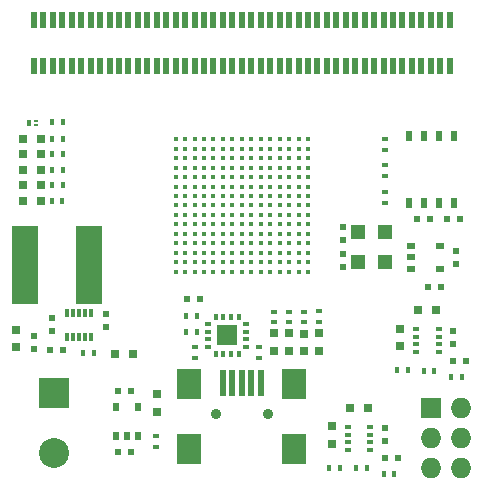
<source format=gbr>
%FSLAX46Y46*%
G04 Gerber Fmt 4.6, Leading zero omitted, Abs format (unit mm)*
G04 Created by KiCad (PCBNEW (2014-10-25 BZR 5223)-product) date 02/11/2014 18:34:45*
%MOMM*%
G01*
G04 APERTURE LIST*
%ADD10C,0.100000*%
%ADD11C,0.406400*%
%ADD12R,1.290000X1.240000*%
%ADD13R,0.600000X0.400000*%
%ADD14R,0.600000X0.347980*%
%ADD15R,0.347980X0.600000*%
%ADD16R,1.750000X1.750000*%
%ADD17R,0.400000X0.600000*%
%ADD18R,0.500000X0.600000*%
%ADD19R,0.508000X1.371600*%
%ADD20R,0.800000X0.750000*%
%ADD21R,0.750000X0.800000*%
%ADD22R,0.600000X0.500000*%
%ADD23R,0.797560X0.797560*%
%ADD24R,2.300000X6.600000*%
%ADD25R,2.540000X2.540000*%
%ADD26C,2.540000*%
%ADD27R,1.727200X1.727200*%
%ADD28O,1.727200X1.727200*%
%ADD29R,0.610000X0.300000*%
%ADD30R,0.300000X0.700000*%
%ADD31R,0.500380X0.800100*%
%ADD32R,0.355600X0.228600*%
%ADD33R,0.355600X0.609600*%
%ADD34R,0.800100X0.500380*%
%ADD35R,0.500000X0.850000*%
%ADD36R,1.998980X2.499360*%
%ADD37C,0.909320*%
%ADD38R,0.500380X2.301240*%
G04 APERTURE END LIST*
D10*
D11*
X74399300Y-113149300D03*
X75199400Y-113149300D03*
X75999500Y-113149300D03*
X76799600Y-113149300D03*
X77599700Y-113149300D03*
X78399800Y-113149300D03*
X79199900Y-113149300D03*
X80000000Y-113149300D03*
X80800100Y-113149300D03*
X81600200Y-113149300D03*
X82400300Y-113149300D03*
X83200400Y-113149300D03*
X84000500Y-113149300D03*
X84800600Y-113149300D03*
X85600700Y-113149300D03*
X74399300Y-113949400D03*
X75199400Y-113949400D03*
X75999500Y-113949400D03*
X76799600Y-113949400D03*
X77599700Y-113949400D03*
X78399800Y-113949400D03*
X79199900Y-113949400D03*
X80000000Y-113949400D03*
X80800100Y-113949400D03*
X81600200Y-113949400D03*
X82400300Y-113949400D03*
X83200400Y-113949400D03*
X84000500Y-113949400D03*
X84800600Y-113949400D03*
X85600700Y-113949400D03*
X74399300Y-114749500D03*
X75199400Y-114749500D03*
X75999500Y-114749500D03*
X76799600Y-114749500D03*
X77599700Y-114749500D03*
X78399800Y-114749500D03*
X79199900Y-114749500D03*
X80000000Y-114749500D03*
X80800100Y-114749500D03*
X81600200Y-114749500D03*
X82400300Y-114749500D03*
X83200400Y-114749500D03*
X84000500Y-114749500D03*
X84800600Y-114749500D03*
X85600700Y-114749500D03*
X74399300Y-115549600D03*
X75199400Y-115549600D03*
X75999500Y-115549600D03*
X76799600Y-115549600D03*
X77599700Y-115549600D03*
X78399800Y-115549600D03*
X79199900Y-115549600D03*
X80000000Y-115549600D03*
X80800100Y-115549600D03*
X81600200Y-115549600D03*
X82400300Y-115549600D03*
X83200400Y-115549600D03*
X84000500Y-115549600D03*
X84800600Y-115549600D03*
X85600700Y-115549600D03*
X74399300Y-116349700D03*
X75199400Y-116349700D03*
X75999500Y-116349700D03*
X76799600Y-116349700D03*
X77599700Y-116349700D03*
X78399800Y-116349700D03*
X79199900Y-116349700D03*
X80000000Y-116349700D03*
X80800100Y-116349700D03*
X81600200Y-116349700D03*
X82400300Y-116349700D03*
X83200400Y-116349700D03*
X84000500Y-116349700D03*
X84800600Y-116349700D03*
X85600700Y-116349700D03*
X74399300Y-117149800D03*
X75199400Y-117149800D03*
X75999500Y-117149800D03*
X76799600Y-117149800D03*
X77599700Y-117149800D03*
X78399800Y-117149800D03*
X79199900Y-117149800D03*
X80000000Y-117149800D03*
X80800100Y-117149800D03*
X81600200Y-117149800D03*
X82400300Y-117149800D03*
X83200400Y-117149800D03*
X84000500Y-117149800D03*
X84800600Y-117149800D03*
X85600700Y-117149800D03*
X74399300Y-117949900D03*
X75199400Y-117949900D03*
X75999500Y-117949900D03*
X76799600Y-117949900D03*
X77599700Y-117949900D03*
X78399800Y-117949900D03*
X79199900Y-117949900D03*
X80000000Y-117949900D03*
X80800100Y-117949900D03*
X81600200Y-117949900D03*
X82400300Y-117949900D03*
X83200400Y-117949900D03*
X84000500Y-117949900D03*
X84800600Y-117949900D03*
X85600700Y-117949900D03*
X74399300Y-118750000D03*
X75199400Y-118750000D03*
X75999500Y-118750000D03*
X76799600Y-118750000D03*
X77599700Y-118750000D03*
X78399800Y-118750000D03*
X79199900Y-118750000D03*
X80000000Y-118750000D03*
X80800100Y-118750000D03*
X81600200Y-118750000D03*
X82400300Y-118750000D03*
X83200400Y-118750000D03*
X84000500Y-118750000D03*
X84800600Y-118750000D03*
X85600700Y-118750000D03*
X74399300Y-119550100D03*
X75199400Y-119550100D03*
X75999500Y-119550100D03*
X76799600Y-119550100D03*
X77599700Y-119550100D03*
X78399800Y-119550100D03*
X79199900Y-119550100D03*
X80000000Y-119550100D03*
X80800100Y-119550100D03*
X81600200Y-119550100D03*
X82400300Y-119550100D03*
X83200400Y-119550100D03*
X84000500Y-119550100D03*
X84800600Y-119550100D03*
X85600700Y-119550100D03*
X74399300Y-120350200D03*
X75199400Y-120350200D03*
X75999500Y-120350200D03*
X76799600Y-120350200D03*
X77599700Y-120350200D03*
X78399800Y-120350200D03*
X79199900Y-120350200D03*
X80000000Y-120350200D03*
X80800100Y-120350200D03*
X81600200Y-120350200D03*
X82400300Y-120350200D03*
X83200400Y-120350200D03*
X84000500Y-120350200D03*
X84800600Y-120350200D03*
X85600700Y-120350200D03*
X74399300Y-121150300D03*
X75199400Y-121150300D03*
X75999500Y-121150300D03*
X76799600Y-121150300D03*
X77599700Y-121150300D03*
X78399800Y-121150300D03*
X79199900Y-121150300D03*
X80000000Y-121150300D03*
X80800100Y-121150300D03*
X81600200Y-121150300D03*
X82400300Y-121150300D03*
X83200400Y-121150300D03*
X84000500Y-121150300D03*
X84800600Y-121150300D03*
X85600700Y-121150300D03*
X74399300Y-121950400D03*
X75199400Y-121950400D03*
X75999500Y-121950400D03*
X76799600Y-121950400D03*
X77599700Y-121950400D03*
X78399800Y-121950400D03*
X79199900Y-121950400D03*
X80000000Y-121950400D03*
X80800100Y-121950400D03*
X81600200Y-121950400D03*
X82400300Y-121950400D03*
X83200400Y-121950400D03*
X84000500Y-121950400D03*
X84800600Y-121950400D03*
X85600700Y-121950400D03*
X74399300Y-122750500D03*
X75199400Y-122750500D03*
X75999500Y-122750500D03*
X76799600Y-122750500D03*
X77599700Y-122750500D03*
X78399800Y-122750500D03*
X79199900Y-122750500D03*
X80000000Y-122750500D03*
X80800100Y-122750500D03*
X81600200Y-122750500D03*
X82400300Y-122750500D03*
X83200400Y-122750500D03*
X84000500Y-122750500D03*
X84800600Y-122750500D03*
X85600700Y-122750500D03*
X74399300Y-123550600D03*
X75199400Y-123550600D03*
X75999500Y-123550600D03*
X76799600Y-123550600D03*
X77599700Y-123550600D03*
X78399800Y-123550600D03*
X79199900Y-123550600D03*
X80000000Y-123550600D03*
X80800100Y-123550600D03*
X81600200Y-123550600D03*
X82400300Y-123550600D03*
X83200400Y-123550600D03*
X84000500Y-123550600D03*
X84800600Y-123550600D03*
X85600700Y-123550600D03*
X74399300Y-124350700D03*
X75199400Y-124350700D03*
X75999500Y-124350700D03*
X76799600Y-124350700D03*
X77599700Y-124350700D03*
X78399800Y-124350700D03*
X79199900Y-124350700D03*
X80000000Y-124350700D03*
X80800100Y-124350700D03*
X81600200Y-124350700D03*
X82400300Y-124350700D03*
X83200400Y-124350700D03*
X84000500Y-124350700D03*
X84800600Y-124350700D03*
X85600700Y-124350700D03*
D12*
X89875000Y-121030000D03*
X89875000Y-123570000D03*
X92125000Y-123570000D03*
X92125000Y-121030000D03*
D13*
X83965000Y-127735000D03*
X83965000Y-128635000D03*
D14*
X80369600Y-130731620D03*
X80369600Y-130081380D03*
X80369600Y-129436220D03*
X80369600Y-128785980D03*
D15*
X79742420Y-128158800D03*
X79092180Y-128158800D03*
X78447020Y-128158800D03*
X77796780Y-128158800D03*
D14*
X77169600Y-128785980D03*
X77169600Y-129436220D03*
X77169600Y-130081380D03*
X77169600Y-130731620D03*
D15*
X77796780Y-131358800D03*
X78447020Y-131358800D03*
X79092180Y-131358800D03*
X79742420Y-131358800D03*
D16*
X78769600Y-129758800D03*
D17*
X67487140Y-131234720D03*
X66587140Y-131234720D03*
D18*
X68479860Y-127933900D03*
X68479860Y-129033900D03*
D19*
X62397800Y-106981200D03*
X62397800Y-103018800D03*
X63197900Y-106981200D03*
X63197900Y-103018800D03*
X63998000Y-106981200D03*
X63998000Y-103018800D03*
X64798100Y-106981200D03*
X64798100Y-103018800D03*
X65598200Y-106981200D03*
X65598200Y-103018800D03*
X66398300Y-106981200D03*
X66398300Y-103018800D03*
X67198400Y-106981200D03*
X67198400Y-103018800D03*
X67998500Y-106981200D03*
X67998500Y-103018800D03*
X68798600Y-106981200D03*
X68798600Y-103018800D03*
X69598700Y-106981200D03*
X69598700Y-103018800D03*
X70398800Y-106981200D03*
X70398800Y-103018800D03*
X71198900Y-106981200D03*
X71198900Y-103018800D03*
X71999000Y-106981200D03*
X71999000Y-103018800D03*
X72799100Y-106981200D03*
X72799100Y-103018800D03*
X73599200Y-106981200D03*
X73599200Y-103018800D03*
X74399300Y-106981200D03*
X74399300Y-103018800D03*
X75199400Y-106981200D03*
X75199400Y-103018800D03*
X75999500Y-106981200D03*
X75999500Y-103018800D03*
X76799600Y-106981200D03*
X76799600Y-103018800D03*
X77599700Y-106981200D03*
X77599700Y-103018800D03*
X78399800Y-106981200D03*
X78399800Y-103018800D03*
X79199900Y-106981200D03*
X79199900Y-103018800D03*
X80000000Y-106981200D03*
X80000000Y-103018800D03*
X80800100Y-106981200D03*
X80800100Y-103018800D03*
X81600200Y-106981200D03*
X81600200Y-103018800D03*
X82400300Y-106981200D03*
X82400300Y-103018800D03*
X83200400Y-106981200D03*
X83200400Y-103018800D03*
X84000500Y-106981200D03*
X84000500Y-103018800D03*
X84800600Y-106981200D03*
X84800600Y-103018800D03*
X85600700Y-106981200D03*
X85600700Y-103018800D03*
X86400800Y-106981200D03*
X86400800Y-103018800D03*
X87200900Y-106981200D03*
X87200900Y-103018800D03*
X88001000Y-106981200D03*
X88001000Y-103018800D03*
X88801100Y-106981200D03*
X88801100Y-103018800D03*
X89601200Y-106981200D03*
X89601200Y-103018800D03*
X90401300Y-106981200D03*
X90401300Y-103018800D03*
X91201400Y-106981200D03*
X91201400Y-103018800D03*
X92001500Y-106981200D03*
X92001500Y-103018800D03*
X92801600Y-106981200D03*
X92801600Y-103018800D03*
X93601700Y-106981200D03*
X93601700Y-103018800D03*
X94401800Y-106981200D03*
X94401800Y-103018800D03*
X95201900Y-106981200D03*
X95201900Y-103018800D03*
X96002000Y-106981200D03*
X96002000Y-103018800D03*
X96802100Y-106981200D03*
X96802100Y-103018800D03*
X97602200Y-106981200D03*
X97602200Y-103018800D03*
D20*
X69246240Y-131293140D03*
X70746240Y-131293140D03*
D21*
X87624720Y-138947080D03*
X87624720Y-137447080D03*
D22*
X92114080Y-140117320D03*
X93214080Y-140117320D03*
D20*
X89148020Y-135865360D03*
X90648020Y-135865360D03*
D21*
X60913200Y-130757900D03*
X60913200Y-129257900D03*
D18*
X62411800Y-130885560D03*
X62411800Y-129785560D03*
X63905320Y-129394580D03*
X63905320Y-128294580D03*
X92095120Y-138724220D03*
X92095120Y-137624220D03*
D21*
X93391620Y-130679960D03*
X93391620Y-129179960D03*
D22*
X97855580Y-131885760D03*
X98955580Y-131885760D03*
D20*
X94935240Y-127565220D03*
X96435240Y-127565220D03*
D18*
X97872180Y-130444400D03*
X97872180Y-129344400D03*
D22*
X69550000Y-139650000D03*
X70650000Y-139650000D03*
X69550000Y-134450000D03*
X70650000Y-134450000D03*
D21*
X72800000Y-134700000D03*
X72800000Y-136200000D03*
D22*
X76500000Y-126700000D03*
X75400000Y-126700000D03*
D18*
X98150000Y-123700000D03*
X98150000Y-122600000D03*
X88550000Y-122900000D03*
X88550000Y-124000000D03*
D22*
X97400000Y-119900000D03*
X98500000Y-119900000D03*
D23*
X62974300Y-113125000D03*
X61475700Y-113125000D03*
X82695000Y-129575700D03*
X82695000Y-131074300D03*
X83965000Y-129575700D03*
X83965000Y-131074300D03*
X85250000Y-129600700D03*
X85250000Y-131099300D03*
X86575000Y-129575700D03*
X86575000Y-131074300D03*
X62974300Y-118355000D03*
X61475700Y-118355000D03*
X62974300Y-117025000D03*
X61475700Y-117025000D03*
X62974300Y-115725000D03*
X61475700Y-115725000D03*
X62974300Y-114425000D03*
X61475700Y-114425000D03*
D22*
X63792200Y-130998500D03*
X64892200Y-130998500D03*
X96900000Y-125650000D03*
X95800000Y-125650000D03*
D18*
X88550000Y-121700000D03*
X88550000Y-120600000D03*
D22*
X94800000Y-119900000D03*
X95900000Y-119900000D03*
D24*
X67050000Y-123800000D03*
X61650000Y-123800000D03*
D25*
X64100000Y-134610000D03*
D26*
X64100000Y-139690000D03*
D27*
X95980000Y-135910000D03*
D28*
X98520000Y-135910000D03*
X95980000Y-138450000D03*
X98520000Y-138450000D03*
X95980000Y-140990000D03*
X98520000Y-140990000D03*
D29*
X88963260Y-137496400D03*
X88963260Y-138146400D03*
X88963260Y-138796400D03*
X88963260Y-139446400D03*
X90863260Y-139446400D03*
X90863260Y-138796400D03*
X90863260Y-138146400D03*
X90863260Y-137496400D03*
D30*
X65209100Y-127852200D03*
X65709100Y-127852200D03*
X66709100Y-127852200D03*
X66209100Y-127852200D03*
X67209100Y-127852200D03*
X67209100Y-129852200D03*
X66209100Y-129852200D03*
X66709100Y-129852200D03*
X65709100Y-129852200D03*
X65209100Y-129852200D03*
D29*
X94755560Y-129198800D03*
X94755560Y-129848800D03*
X94755560Y-130498800D03*
X94755560Y-131148800D03*
X96655560Y-131148800D03*
X96655560Y-130498800D03*
X96655560Y-129848800D03*
X96655560Y-129198800D03*
D31*
X69350040Y-138248880D03*
X70300000Y-138248880D03*
X71249960Y-138248880D03*
X69350040Y-135851120D03*
X71249960Y-135851120D03*
D32*
X62605200Y-111965500D03*
X62605200Y-111584500D03*
D33*
X61944800Y-111775000D03*
D17*
X92908340Y-141476220D03*
X92008340Y-141476220D03*
X87398240Y-140947900D03*
X88298240Y-140947900D03*
X89676620Y-140947900D03*
X90576620Y-140947900D03*
X75300000Y-129500000D03*
X76200000Y-129500000D03*
X98642220Y-133290380D03*
X97742220Y-133290380D03*
D13*
X81450000Y-131650000D03*
X81450000Y-130750000D03*
D17*
X76200000Y-128100000D03*
X75300000Y-128100000D03*
X93162600Y-132713800D03*
X94062600Y-132713800D03*
X95397800Y-132739200D03*
X96297800Y-132739200D03*
D13*
X72700000Y-138300000D03*
X72700000Y-139200000D03*
D17*
X64825000Y-113125000D03*
X63925000Y-113125000D03*
D13*
X82695000Y-127735000D03*
X82695000Y-128635000D03*
X85250000Y-127750000D03*
X85250000Y-128650000D03*
X86575000Y-127725000D03*
X86575000Y-128625000D03*
D17*
X64815000Y-118355000D03*
X63915000Y-118355000D03*
X64825000Y-117025000D03*
X63925000Y-117025000D03*
X64825000Y-115725000D03*
X63925000Y-115725000D03*
X64825000Y-114425000D03*
X63925000Y-114425000D03*
X64825000Y-111675000D03*
X63925000Y-111675000D03*
D13*
X76050000Y-130750000D03*
X76050000Y-131650000D03*
X92150000Y-114050000D03*
X92150000Y-113150000D03*
X92150000Y-116250000D03*
X92150000Y-115350000D03*
X92150000Y-118550000D03*
X92150000Y-117650000D03*
D34*
X94351120Y-122200040D03*
X94351120Y-123150000D03*
X94351120Y-124099960D03*
X96748880Y-122200040D03*
X96748880Y-124099960D03*
D35*
X94150000Y-118550000D03*
X95415000Y-118550000D03*
X96685000Y-118550000D03*
X97950000Y-118550000D03*
X97950000Y-112850000D03*
X96685000Y-112850000D03*
X95415000Y-112850000D03*
X94150000Y-112850000D03*
D36*
X75549920Y-139399560D03*
X75549920Y-133900460D03*
X84450080Y-133900460D03*
X84450080Y-139399560D03*
D37*
X77800360Y-136399820D03*
X82199640Y-136399820D03*
D38*
X81600200Y-133798860D03*
X80800100Y-133798860D03*
X80000000Y-133798860D03*
X79199900Y-133798860D03*
X78399800Y-133798860D03*
M02*

</source>
